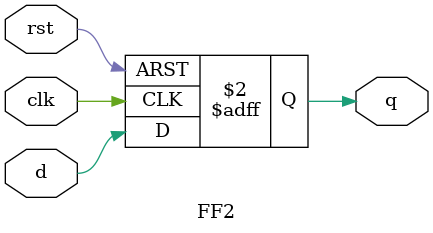
<source format=v>
module FF2(d,clk,rst,q);
input d,clk,rst;
output reg q;
always @(posedge clk or posedge rst) begin
	if(rst)
        q<=0;
    else 
        q<=d;
end
endmodule
</source>
